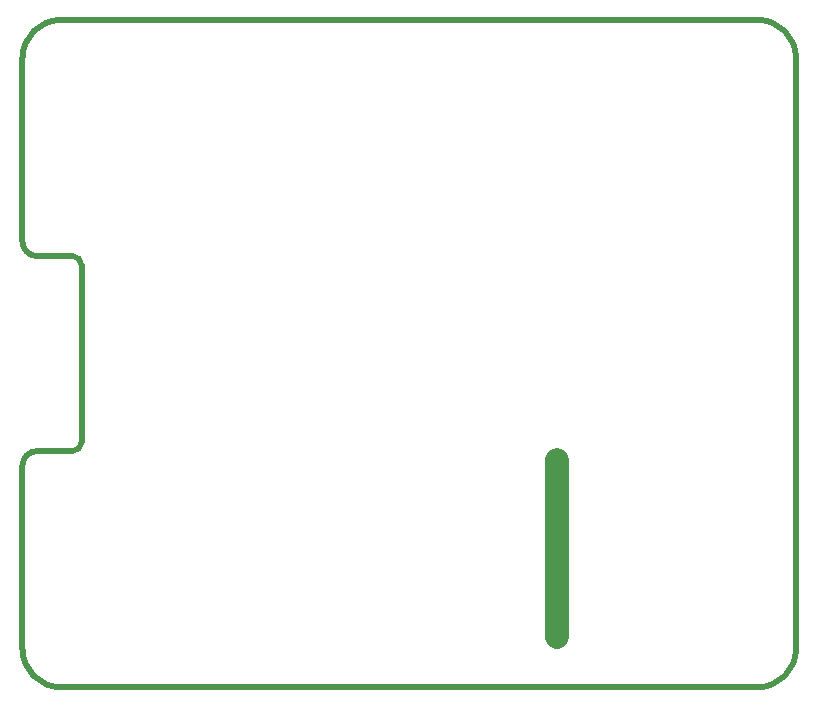
<source format=gm1>
G04 #@! TF.FileFunction,Profile,NP*
%FSLAX46Y46*%
G04 Gerber Fmt 4.6, Leading zero omitted, Abs format (unit mm)*
G04 Created by KiCad (PCBNEW 4.0.2+e4-6225~38~ubuntu15.04.1-stable) date Fri 21 Oct 2016 22:21:09 ACDT*
%MOMM*%
G01*
G04 APERTURE LIST*
%ADD10C,0.100000*%
%ADD11C,0.500000*%
%ADD12C,2.000000*%
G04 APERTURE END LIST*
D10*
D11*
X90250000Y-113000000D02*
G75*
G03X93500000Y-116250000I3250000J0D01*
G01*
X152500000Y-116250000D02*
G75*
G03X155750000Y-113000000I0J3250000D01*
G01*
X155750000Y-63000000D02*
G75*
G03X152500000Y-59750000I-3250000J0D01*
G01*
X93500000Y-59750000D02*
G75*
G03X90250000Y-63000000I0J-3250000D01*
G01*
X90250000Y-78500000D02*
G75*
G03X91500000Y-79750000I1250000J0D01*
G01*
X95250000Y-80500000D02*
G75*
G03X94500000Y-79750000I-750000J0D01*
G01*
X91500000Y-96250000D02*
G75*
G03X90250000Y-97500000I0J-1250000D01*
G01*
X94500000Y-96250000D02*
G75*
G03X95250000Y-95500000I0J750000D01*
G01*
X94500000Y-79750000D02*
X91500000Y-79750000D01*
X95250000Y-95500000D02*
X95250000Y-80500000D01*
X91500000Y-96250000D02*
X94500000Y-96250000D01*
X90250000Y-113000000D02*
X90250000Y-97500000D01*
X152500000Y-116250000D02*
X93500000Y-116250000D01*
X155750000Y-63000000D02*
X155750000Y-113000000D01*
X93500000Y-59750000D02*
X152500000Y-59750000D01*
X90250000Y-63000000D02*
X90250000Y-78500000D01*
D12*
X135500000Y-112000000D02*
X135500000Y-97000000D01*
M02*

</source>
